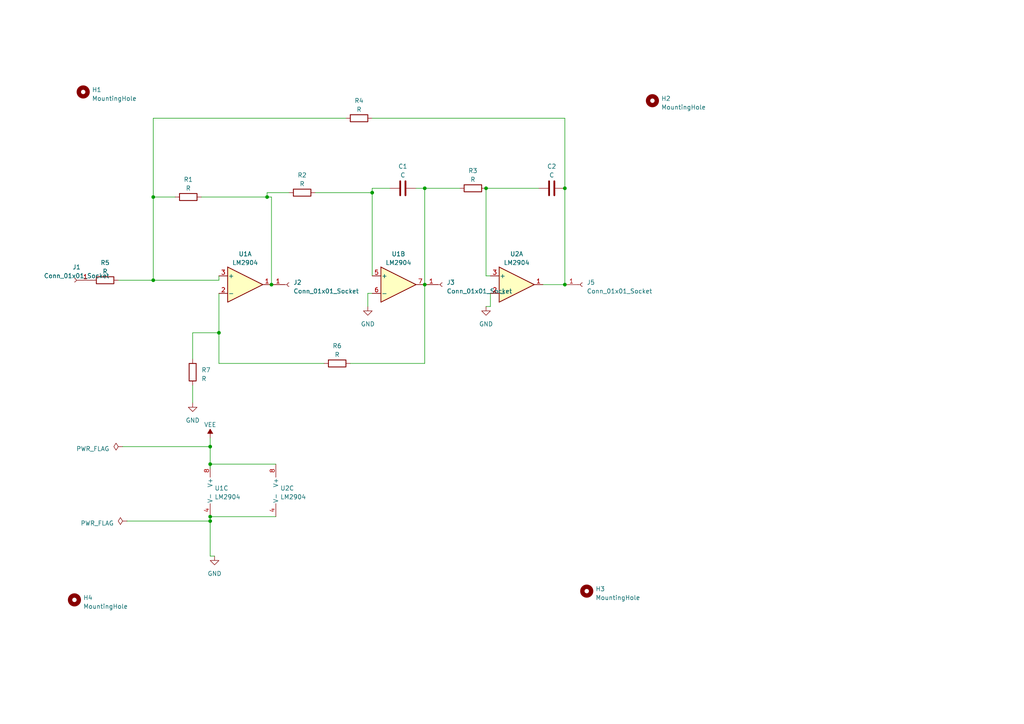
<source format=kicad_sch>
(kicad_sch (version 20230121) (generator eeschema)
  (paper "A4")
  (lib_symbols
    (symbol "Amplifier_Operational:LM2904" (pin_names (offset 0.127))
      (property "Reference" "U" (at 0 5.08 0))
      (property "Value" "LM2904" (at 0 -5.08 0))
      (symbol "LM2904_1_1"
        (polyline (pts (xy -5.08 5.08) (xy 5.08 0) (xy -5.08 -5.08) (xy -5.08 5.08)) (stroke (width 0.254)) (fill (type background)))
        (pin output line (at 7.62 0 180) (length 2.54) (name "~") (number "1"))
        (pin input line (at -7.62 -2.54 0) (length 2.54) (name "-") (number "2"))
        (pin input line (at -7.62 2.54 0) (length 2.54) (name "+") (number "3"))
      )
      (symbol "LM2904_2_1"
        (polyline (pts (xy -5.08 5.08) (xy 5.08 0) (xy -5.08 -5.08) (xy -5.08 5.08)) (stroke (width 0.254)) (fill (type background)))
        (pin input line (at -7.62 2.54 0) (length 2.54) (name "+") (number "5"))
        (pin input line (at -7.62 -2.54 0) (length 2.54) (name "-") (number "6"))
        (pin output line (at 7.62 0 180) (length 2.54) (name "~") (number "7"))
      )
      (symbol "LM2904_3_1"
        (pin power_in line (at -2.54 -7.62 90) (length 3.81) (name "V-") (number "4"))
        (pin power_in line (at -2.54 7.62 270) (length 3.81) (name "V+") (number "8"))
      )
    )
    (symbol "Connector:Conn_01x01_Socket" (pin_names (offset 1.016) hide)
      (property "Reference" "J" (at 0 2.54 0))
      (property "Value" "Conn_01x01_Socket" (at 0 -2.54 0))
      (symbol "Conn_01x01_Socket_1_1"
        (polyline (pts (xy -1.27 0) (xy -0.508 0)) (stroke (width 0.1524)))
        (arc (start 0 0.508) (mid -0.5058 0) (end 0 -0.508) (stroke (width 0.1524)))
        (pin passive line (at -5.08 0 0) (length 3.81) (name "Pin_1") (number "1"))
      )
    )
    (symbol "Device:C" (pin_numbers hide) (pin_names (offset 0.254))
      (property "Reference" "C" (at 0.635 2.54 0))
      (property "Value" "C" (at 0.635 -2.54 0))
      (symbol "C_0_1"
        (polyline (pts (xy -2.032 -0.762) (xy 2.032 -0.762)) (stroke (width 0.508)))
        (polyline (pts (xy -2.032 0.762) (xy 2.032 0.762)) (stroke (width 0.508)))
      )
      (symbol "C_1_1"
        (pin passive line (at 0 3.81 270) (length 2.794) (name "~") (number "1"))
        (pin passive line (at 0 -3.81 90) (length 2.794) (name "~") (number "2"))
      )
    )
    (symbol "Device:R" (pin_numbers hide) (pin_names (offset 0))
      (property "Reference" "R" (at 2.032 0 90))
      (property "Value" "R" (at 0 0 90))
      (symbol "R_0_1"
        (rectangle (start -1.016 -2.54) (end 1.016 2.54) (stroke (width 0.254)))
      )
      (symbol "R_1_1"
        (pin passive line (at 0 3.81 270) (length 1.27) (name "~") (number "1"))
        (pin passive line (at 0 -3.81 90) (length 1.27) (name "~") (number "2"))
      )
    )
    (symbol "Mechanical:MountingHole" (pin_names (offset 1.016))
      (property "Reference" "H" (at 0 5.08 0))
      (property "Value" "MountingHole" (at 0 3.175 0))
      (symbol "MountingHole_0_1"
        (circle (center 0 0) (radius 1.27) (stroke (width 1.27)))
      )
    )
    (symbol "power:GND" (power) (pin_names (offset 0))
      (property "Value" "GND" (at 0 -3.81 0))
      (symbol "GND_0_1"
        (polyline (pts (xy 0 0) (xy 0 -1.27) (xy 1.27 -1.27) (xy 0 -2.54) (xy -1.27 -1.27) (xy 0 -1.27)))
      )
      (symbol "GND_1_1"
        (pin power_in line (at 0 0 270) (length 0) hide (name "GND") (number "1"))
      )
    )
    (symbol "power:PWR_FLAG" (power) (pin_numbers hide) (pin_names (offset 0) hide)
      (property "Value" "PWR_FLAG" (at 0 3.81 0))
      (symbol "PWR_FLAG_0_0"
        (pin power_out line (at 0 0 90) (length 0) (name "pwr") (number "1"))
      )
      (symbol "PWR_FLAG_0_1"
        (polyline (pts (xy 0 0) (xy 0 1.27) (xy -1.016 1.905) (xy 0 2.54) (xy 1.016 1.905) (xy 0 1.27)))
      )
    )
    (symbol "power:VEE" (power) (pin_names (offset 0))
      (property "Value" "VEE" (at 0 3.81 0))
      (symbol "VEE_0_1"
        (polyline (pts (xy 0 0) (xy 0 2.54)))
        (polyline (pts (xy 0.762 1.27) (xy -0.762 1.27) (xy 0 2.54) (xy 0.762 1.27)) (fill (type outline)))
      )
      (symbol "VEE_1_1"
        (pin power_in line (at 0 0 90) (length 0) hide (name "VEE") (number "1"))
      )
    )
  )
  (junction (at 44.45 57.15))
  (junction (at 60.96 151.13))
  (junction (at 78.74 82.55))
  (junction (at 163.83 54.61))
  (junction (at 60.96 149.86))
  (junction (at 107.95 55.88))
  (junction (at 123.19 54.61))
  (junction (at 60.96 134.62))
  (junction (at 140.97 54.61))
  (junction (at 77.47 57.15))
  (junction (at 163.83 82.55))
  (junction (at 44.45 81.28))
  (junction (at 60.96 129.54))
  (junction (at 123.19 82.55))
  (junction (at 63.5 96.52))
  (wire (pts (xy 107.95 34.29) (xy 163.83 34.29)))
  (wire (pts (xy 55.88 104.14) (xy 55.88 96.52)))
  (wire (pts (xy 163.83 54.61) (xy 163.83 82.55)))
  (wire (pts (xy 77.47 57.15) (xy 78.74 57.15)))
  (wire (pts (xy 80.01 134.62) (xy 60.96 134.62)))
  (wire (pts (xy 107.95 85.09) (xy 106.68 85.09)))
  (wire (pts (xy 120.65 54.61) (xy 123.19 54.61)))
  (wire (pts (xy 60.96 127) (xy 60.96 129.54)))
  (wire (pts (xy 55.88 111.76) (xy 55.88 116.84)))
  (wire (pts (xy 44.45 57.15) (xy 44.45 81.28)))
  (wire (pts (xy 60.96 151.13) (xy 60.96 161.29)))
  (wire (pts (xy 58.42 57.15) (xy 77.47 57.15)))
  (wire (pts (xy 142.24 85.09) (xy 142.24 88.9)))
  (wire (pts (xy 113.03 54.61) (xy 107.95 54.61)))
  (wire (pts (xy 100.33 34.29) (xy 44.45 34.29)))
  (wire (pts (xy 107.95 55.88) (xy 107.95 80.01)))
  (wire (pts (xy 91.44 55.88) (xy 107.95 55.88)))
  (wire (pts (xy 63.5 81.28) (xy 63.5 80.01)))
  (wire (pts (xy 107.95 54.61) (xy 107.95 55.88)))
  (wire (pts (xy 36.83 151.13) (xy 60.96 151.13)))
  (wire (pts (xy 78.74 57.15) (xy 78.74 82.55)))
  (wire (pts (xy 163.83 34.29) (xy 163.83 54.61)))
  (wire (pts (xy 35.56 129.54) (xy 60.96 129.54)))
  (wire (pts (xy 50.8 57.15) (xy 44.45 57.15)))
  (wire (pts (xy 77.47 55.88) (xy 77.47 57.15)))
  (wire (pts (xy 83.82 55.88) (xy 77.47 55.88)))
  (wire (pts (xy 55.88 96.52) (xy 63.5 96.52)))
  (wire (pts (xy 60.96 129.54) (xy 60.96 134.62)))
  (wire (pts (xy 140.97 54.61) (xy 140.97 80.01)))
  (wire (pts (xy 34.29 81.28) (xy 44.45 81.28)))
  (wire (pts (xy 142.24 88.9) (xy 140.97 88.9)))
  (wire (pts (xy 63.5 96.52) (xy 63.5 105.41)))
  (wire (pts (xy 123.19 82.55) (xy 123.19 105.41)))
  (wire (pts (xy 156.21 54.61) (xy 140.97 54.61)))
  (wire (pts (xy 44.45 81.28) (xy 63.5 81.28)))
  (wire (pts (xy 44.45 34.29) (xy 44.45 57.15)))
  (wire (pts (xy 140.97 80.01) (xy 142.24 80.01)))
  (wire (pts (xy 63.5 105.41) (xy 93.98 105.41)))
  (wire (pts (xy 80.01 149.86) (xy 60.96 149.86)))
  (wire (pts (xy 60.96 135.89) (xy 60.96 134.62)))
  (wire (pts (xy 60.96 161.29) (xy 62.23 161.29)))
  (wire (pts (xy 60.96 149.86) (xy 60.96 151.13)))
  (wire (pts (xy 63.5 85.09) (xy 63.5 96.52)))
  (wire (pts (xy 163.83 82.55) (xy 157.48 82.55)))
  (wire (pts (xy 123.19 54.61) (xy 123.19 82.55)))
  (wire (pts (xy 123.19 54.61) (xy 133.35 54.61)))
  (wire (pts (xy 106.68 85.09) (xy 106.68 88.9)))
  (wire (pts (xy 101.6 105.41) (xy 123.19 105.41)))
  (symbol (lib_id "power:VEE") (at 60.96 127 0) (unit 1)
    (property "Reference" "#PWR05" (effects hide))
    (property "Value" "VEE" (at 60.96 123.19 0))
  )
  (symbol (lib_id "power:GND") (at 55.88 116.84 0) (unit 1)
    (property "Reference" "#PWR03" (effects hide))
    (property "Value" "GND" (at 55.88 121.92 0))
  )
  (symbol (lib_id "power:GND") (at 140.97 88.9 0) (unit 1)
    (property "Reference" "#PWR01" (effects hide))
    (property "Value" "GND" (at 140.97 93.98 0))
  )
  (symbol (lib_id "Device:R") (at 97.79 105.41 90) (unit 1)
    (property "Reference" "R6" (at 97.79 100.33 90))
    (property "Value" "R" (at 97.79 102.87 90))
  )
  (symbol (lib_id "Amplifier_Operational:LM2904") (at 63.5 142.24 0) (unit 3)
    (property "Reference" "U1" (at 62.23 141.605 0) (effects (justify left)))
    (property "Value" "LM2904" (at 62.23 144.145 0) (effects (justify left)))
    (property "Datasheet" "http://www.ti.com/lit/ds/symlink/lm358.pdf" (effects hide))
  )
  (symbol (lib_id "power:GND") (at 62.23 161.29 0) (unit 1)
    (property "Reference" "#PWR04" (effects hide))
    (property "Value" "GND" (at 62.23 166.37 0))
  )
  (symbol (lib_id "Amplifier_Operational:LM2904") (at 115.57 82.55 0) (unit 2)
    (property "Reference" "U1" (at 115.57 73.66 0))
    (property "Value" "LM2904" (at 115.57 76.2 0))
    (property "Datasheet" "http://www.ti.com/lit/ds/symlink/lm358.pdf" (effects hide))
  )
  (symbol (lib_id "Device:R") (at 54.61 57.15 90) (unit 1)
    (property "Reference" "R1" (at 54.61 52.07 90))
    (property "Value" "R" (at 54.61 54.61 90))
  )
  (symbol (lib_id "Connector:Conn_01x01_Socket") (at 168.91 82.55 0) (unit 1)
    (property "Reference" "J5" (at 170.18 81.915 0) (effects (justify left)))
    (property "Value" "Conn_01x01_Socket" (at 170.18 84.455 0) (effects (justify left)))
  )
  (symbol (lib_id "Device:R") (at 104.14 34.29 90) (unit 1)
    (property "Reference" "R4" (at 104.14 29.21 90))
    (property "Value" "R" (at 104.14 31.75 90))
  )
  (symbol (lib_id "Device:C") (at 160.02 54.61 90) (unit 1)
    (property "Reference" "C2" (at 160.02 48.26 90))
    (property "Value" "C" (at 160.02 50.8 90))
  )
  (symbol (lib_id "Device:C") (at 116.84 54.61 90) (unit 1)
    (property "Reference" "C1" (at 116.84 48.26 90))
    (property "Value" "C" (at 116.84 50.8 90))
  )
  (symbol (lib_id "Connector:Conn_01x01_Socket") (at 128.27 82.55 0) (unit 1)
    (property "Reference" "J3" (at 129.54 81.915 0) (effects (justify left)))
    (property "Value" "Conn_01x01_Socket" (at 129.54 84.455 0) (effects (justify left)))
  )
  (symbol (lib_id "Device:R") (at 87.63 55.88 90) (unit 1)
    (property "Reference" "R2" (at 87.63 50.8 90))
    (property "Value" "R" (at 87.63 53.34 90))
  )
  (symbol (lib_id "power:PWR_FLAG") (at 35.56 129.54 90) (unit 1)
    (property "Reference" "#FLG01" (effects hide))
    (property "Value" "PWR_FLAG" (at 31.75 130.175 90) (effects (justify left)))
  )
  (symbol (lib_id "Mechanical:MountingHole") (at 189.23 29.21 0) (unit 1)
    (property "Reference" "H2" (at 191.77 28.575 0) (effects (justify left)))
    (property "Value" "MountingHole" (at 191.77 31.115 0) (effects (justify left)))
  )
  (symbol (lib_id "Connector:Conn_01x01_Socket") (at 21.59 81.28 180) (unit 1)
    (property "Reference" "J1" (at 22.225 77.47 0))
    (property "Value" "Conn_01x01_Socket" (at 22.225 80.01 0))
  )
  (symbol (lib_id "Mechanical:MountingHole") (at 21.59 173.99 0) (unit 1)
    (property "Reference" "H4" (at 24.13 173.355 0) (effects (justify left)))
    (property "Value" "MountingHole" (at 24.13 175.895 0) (effects (justify left)))
  )
  (symbol (lib_id "power:GND") (at 106.68 88.9 0) (unit 1)
    (property "Reference" "#PWR02" (effects hide))
    (property "Value" "GND" (at 106.68 93.98 0))
  )
  (symbol (lib_id "Mechanical:MountingHole") (at 170.18 171.45 0) (unit 1)
    (property "Reference" "H3" (at 172.72 170.815 0) (effects (justify left)))
    (property "Value" "MountingHole" (at 172.72 173.355 0) (effects (justify left)))
  )
  (symbol (lib_id "Device:R") (at 55.88 107.95 0) (unit 1)
    (property "Reference" "R7" (at 58.42 107.315 0) (effects (justify left)))
    (property "Value" "R" (at 58.42 109.855 0) (effects (justify left)))
  )
  (symbol (lib_id "Amplifier_Operational:LM2904") (at 149.86 82.55 0) (unit 1)
    (property "Reference" "U2" (at 149.86 73.66 0))
    (property "Value" "LM2904" (at 149.86 76.2 0))
    (property "Datasheet" "http://www.ti.com/lit/ds/symlink/lm358.pdf" (effects hide))
  )
  (symbol (lib_id "Device:R") (at 137.16 54.61 90) (unit 1)
    (property "Reference" "R3" (at 137.16 49.53 90))
    (property "Value" "R" (at 137.16 52.07 90))
  )
  (symbol (lib_id "Device:R") (at 30.48 81.28 90) (unit 1)
    (property "Reference" "R5" (at 30.48 76.2 90))
    (property "Value" "R" (at 30.48 78.74 90))
  )
  (symbol (lib_id "Connector:Conn_01x01_Socket") (at 83.82 82.55 0) (unit 1)
    (property "Reference" "J2" (at 85.09 81.915 0) (effects (justify left)))
    (property "Value" "Conn_01x01_Socket" (at 85.09 84.455 0) (effects (justify left)))
  )
  (symbol (lib_id "Mechanical:MountingHole") (at 24.13 26.67 0) (unit 1)
    (property "Reference" "H1" (at 26.67 26.035 0) (effects (justify left)))
    (property "Value" "MountingHole" (at 26.67 28.575 0) (effects (justify left)))
  )
  (symbol (lib_id "power:PWR_FLAG") (at 36.83 151.13 90) (unit 1)
    (property "Reference" "#FLG02" (effects hide))
    (property "Value" "PWR_FLAG" (at 33.02 151.765 90) (effects (justify left)))
  )
  (symbol (lib_id "Amplifier_Operational:LM2904") (at 71.12 82.55 0) (unit 1)
    (property "Reference" "U1" (at 71.12 73.66 0))
    (property "Value" "LM2904" (at 71.12 76.2 0))
    (property "Datasheet" "http://www.ti.com/lit/ds/symlink/lm358.pdf" (effects hide))
  )
  (symbol (lib_id "Amplifier_Operational:LM2904") (at 82.55 142.24 0) (unit 3)
    (property "Reference" "U2" (at 81.28 141.605 0) (effects (justify left)))
    (property "Value" "LM2904" (at 81.28 144.145 0) (effects (justify left)))
    (property "Datasheet" "http://www.ti.com/lit/ds/symlink/lm358.pdf" (effects hide))
  )
)
</source>
